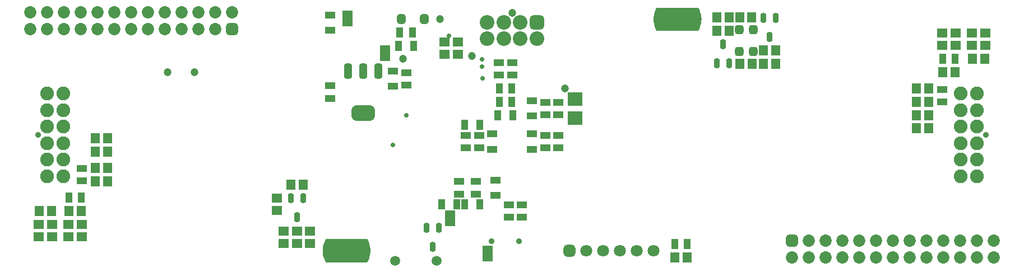
<source format=gbs>
G04*
G04 #@! TF.GenerationSoftware,Altium Limited,Altium Designer,24.2.2 (26)*
G04*
G04 Layer_Color=16711935*
%FSLAX44Y44*%
%MOMM*%
G71*
G04*
G04 #@! TF.SameCoordinates,A862A385-CF78-4CD3-9DD8-6C5939F40788*
G04*
G04*
G04 #@! TF.FilePolarity,Negative*
G04*
G01*
G75*
%ADD45C,0.7032*%
%ADD46C,1.2032*%
%ADD48R,1.3532X1.5532*%
%ADD50R,1.5532X1.3532*%
G04:AMPARAMS|DCode=63|XSize=0.8532mm|YSize=1.4532mm|CornerRadius=0.2641mm|HoleSize=0mm|Usage=FLASHONLY|Rotation=0.000|XOffset=0mm|YOffset=0mm|HoleType=Round|Shape=RoundedRectangle|*
%AMROUNDEDRECTD63*
21,1,0.8532,0.9250,0,0,0.0*
21,1,0.3250,1.4532,0,0,0.0*
1,1,0.5282,0.1625,-0.4625*
1,1,0.5282,-0.1625,-0.4625*
1,1,0.5282,-0.1625,0.4625*
1,1,0.5282,0.1625,0.4625*
%
%ADD63ROUNDEDRECTD63*%
%ADD69R,1.1032X1.5032*%
%ADD70R,1.5032X1.1032*%
%ADD72C,1.8532*%
G04:AMPARAMS|DCode=73|XSize=1.8532mm|YSize=1.8532mm|CornerRadius=0.5141mm|HoleSize=0mm|Usage=FLASHONLY|Rotation=180.000|XOffset=0mm|YOffset=0mm|HoleType=Round|Shape=RoundedRectangle|*
%AMROUNDEDRECTD73*
21,1,1.8532,0.8250,0,0,180.0*
21,1,0.8250,1.8532,0,0,180.0*
1,1,1.0282,-0.4125,0.4125*
1,1,1.0282,0.4125,0.4125*
1,1,1.0282,0.4125,-0.4125*
1,1,1.0282,-0.4125,-0.4125*
%
%ADD73ROUNDEDRECTD73*%
%ADD74C,0.9032*%
%ADD75C,1.8032*%
G04:AMPARAMS|DCode=76|XSize=1.8032mm|YSize=1.8032mm|CornerRadius=0.5016mm|HoleSize=0mm|Usage=FLASHONLY|Rotation=0.000|XOffset=0mm|YOffset=0mm|HoleType=Round|Shape=RoundedRectangle|*
%AMROUNDEDRECTD76*
21,1,1.8032,0.8000,0,0,0.0*
21,1,0.8000,1.8032,0,0,0.0*
1,1,1.0032,0.4000,-0.4000*
1,1,1.0032,-0.4000,-0.4000*
1,1,1.0032,-0.4000,0.4000*
1,1,1.0032,0.4000,0.4000*
%
%ADD76ROUNDEDRECTD76*%
%ADD77O,1.7032X1.4532*%
%ADD78C,2.2032*%
G04:AMPARAMS|DCode=79|XSize=2.2032mm|YSize=2.2032mm|CornerRadius=0.6016mm|HoleSize=0mm|Usage=FLASHONLY|Rotation=90.000|XOffset=0mm|YOffset=0mm|HoleType=Round|Shape=RoundedRectangle|*
%AMROUNDEDRECTD79*
21,1,2.2032,1.0000,0,0,90.0*
21,1,1.0000,2.2032,0,0,90.0*
1,1,1.2032,0.5000,0.5000*
1,1,1.2032,0.5000,-0.5000*
1,1,1.2032,-0.5000,-0.5000*
1,1,1.2032,-0.5000,0.5000*
%
%ADD79ROUNDEDRECTD79*%
%ADD80C,2.0782*%
%ADD81C,0.8782*%
%ADD82C,1.5032*%
G04:AMPARAMS|DCode=105|XSize=3.5032mm|YSize=2.3032mm|CornerRadius=0.6266mm|HoleSize=0mm|Usage=FLASHONLY|Rotation=180.000|XOffset=0mm|YOffset=0mm|HoleType=Round|Shape=RoundedRectangle|*
%AMROUNDEDRECTD105*
21,1,3.5032,1.0500,0,0,180.0*
21,1,2.2500,2.3032,0,0,180.0*
1,1,1.2532,-1.1250,0.5250*
1,1,1.2532,1.1250,0.5250*
1,1,1.2532,1.1250,-0.5250*
1,1,1.2532,-1.1250,-0.5250*
%
%ADD105ROUNDEDRECTD105*%
G04:AMPARAMS|DCode=106|XSize=1.2032mm|YSize=2.3032mm|CornerRadius=0.3516mm|HoleSize=0mm|Usage=FLASHONLY|Rotation=180.000|XOffset=0mm|YOffset=0mm|HoleType=Round|Shape=RoundedRectangle|*
%AMROUNDEDRECTD106*
21,1,1.2032,1.6000,0,0,180.0*
21,1,0.5000,2.3032,0,0,180.0*
1,1,0.7032,-0.2500,0.8000*
1,1,0.7032,0.2500,0.8000*
1,1,0.7032,0.2500,-0.8000*
1,1,0.7032,-0.2500,-0.8000*
%
%ADD106ROUNDEDRECTD106*%
%ADD107R,2.2032X2.0532*%
%ADD108R,1.5032X2.4032*%
G04:AMPARAMS|DCode=109|XSize=1.4032mm|YSize=1.3032mm|CornerRadius=0.3766mm|HoleSize=0mm|Usage=FLASHONLY|Rotation=90.000|XOffset=0mm|YOffset=0mm|HoleType=Round|Shape=RoundedRectangle|*
%AMROUNDEDRECTD109*
21,1,1.4032,0.5500,0,0,90.0*
21,1,0.6500,1.3032,0,0,90.0*
1,1,0.7532,0.2750,0.3250*
1,1,0.7532,0.2750,-0.3250*
1,1,0.7532,-0.2750,-0.3250*
1,1,0.7532,-0.2750,0.3250*
%
%ADD109ROUNDEDRECTD109*%
G04:AMPARAMS|DCode=110|XSize=1.5032mm|YSize=1.3032mm|CornerRadius=0.3766mm|HoleSize=0mm|Usage=FLASHONLY|Rotation=270.000|XOffset=0mm|YOffset=0mm|HoleType=Round|Shape=RoundedRectangle|*
%AMROUNDEDRECTD110*
21,1,1.5032,0.5500,0,0,270.0*
21,1,0.7500,1.3032,0,0,270.0*
1,1,0.7532,-0.2750,-0.3750*
1,1,0.7532,-0.2750,0.3750*
1,1,0.7532,0.2750,0.3750*
1,1,0.7532,0.2750,-0.3750*
%
%ADD110ROUNDEDRECTD110*%
G36*
X530793Y142668D02*
X530803Y142668D01*
X530808Y142668D01*
X530814Y142668D01*
X530871Y142662D01*
X530919Y142659D01*
X530926Y142658D01*
X530935Y142657D01*
X530941Y142656D01*
X530947Y142655D01*
X531003Y142642D01*
X531049Y142633D01*
X531056Y142631D01*
X531066Y142629D01*
X531071Y142627D01*
X531077Y142626D01*
X531132Y142605D01*
X531175Y142591D01*
X531181Y142588D01*
X531191Y142584D01*
X531196Y142582D01*
X531201Y142580D01*
X531255Y142551D01*
X531295Y142532D01*
X531300Y142528D01*
X531309Y142523D01*
X531314Y142520D01*
X531319Y142517D01*
X531369Y142482D01*
X531405Y142458D01*
X531410Y142453D01*
X531419Y142448D01*
X531423Y142444D01*
X531428Y142440D01*
X531473Y142399D01*
X531506Y142370D01*
X531510Y142365D01*
X531518Y142358D01*
X531521Y142354D01*
X531525Y142350D01*
X531565Y142302D01*
X531593Y142270D01*
X531597Y142264D01*
X531604Y142256D01*
X531607Y142252D01*
X531610Y142247D01*
X531643Y142195D01*
X531667Y142159D01*
X531670Y142154D01*
X531676Y142144D01*
X531678Y142139D01*
X531681Y142135D01*
X532715Y140224D01*
X532742Y140166D01*
X532768Y140110D01*
X534346Y136063D01*
X534365Y136004D01*
X534385Y135943D01*
X535451Y131732D01*
X535462Y131671D01*
X535474Y131608D01*
X536012Y127298D01*
X536016Y127234D01*
X536020Y127172D01*
X536020Y122829D01*
X536016Y122765D01*
X536012Y122703D01*
X535476Y118393D01*
X535464Y118331D01*
X535453Y118269D01*
X534388Y114058D01*
X534368Y113998D01*
X534349Y113938D01*
X532771Y109891D01*
X532744Y109833D01*
X532719Y109776D01*
X531686Y107866D01*
X531678Y107854D01*
X531672Y107841D01*
X531642Y107797D01*
X531615Y107753D01*
X531606Y107742D01*
X531598Y107730D01*
X531562Y107690D01*
X531530Y107650D01*
X531520Y107641D01*
X531510Y107630D01*
X531470Y107595D01*
X531432Y107560D01*
X531421Y107552D01*
X531410Y107542D01*
X531366Y107513D01*
X531323Y107483D01*
X531311Y107476D01*
X531299Y107468D01*
X531251Y107445D01*
X531206Y107421D01*
X531193Y107416D01*
X531180Y107409D01*
X531129Y107392D01*
X531081Y107374D01*
X531067Y107371D01*
X531054Y107366D01*
X531002Y107356D01*
X530951Y107345D01*
X530937Y107343D01*
X530923Y107340D01*
X530870Y107337D01*
X530818Y107332D01*
X530804Y107333D01*
X530790Y107332D01*
X469210D01*
X469196Y107333D01*
X469182Y107332D01*
X469130Y107337D01*
X469077Y107340D01*
X469063Y107343D01*
X469049Y107345D01*
X468998Y107356D01*
X468946Y107366D01*
X468933Y107371D01*
X468919Y107374D01*
X468870Y107392D01*
X468820Y107409D01*
X468807Y107416D01*
X468794Y107420D01*
X468748Y107445D01*
X468701Y107468D01*
X468689Y107476D01*
X468677Y107483D01*
X468633Y107513D01*
X468590Y107542D01*
X468580Y107551D01*
X468568Y107560D01*
X468529Y107595D01*
X468490Y107630D01*
X468481Y107641D01*
X468470Y107650D01*
X468437Y107690D01*
X468402Y107730D01*
X468394Y107742D01*
X468385Y107753D01*
X468357Y107797D01*
X468328Y107841D01*
X468322Y107853D01*
X468314Y107865D01*
X468293Y107913D01*
X468292Y107915D01*
X467285Y109777D01*
X467259Y109833D01*
X467231Y109892D01*
X465654Y113938D01*
X465635Y113998D01*
X465615Y114058D01*
X464550Y118269D01*
X464538Y118331D01*
X464526Y118393D01*
X463989Y122703D01*
X463986Y122766D01*
X463982Y122828D01*
Y127171D01*
X463986Y127233D01*
X463989Y127297D01*
X464526Y131607D01*
X464539Y131671D01*
X464550Y131731D01*
X465615Y135941D01*
X465635Y136003D01*
X465654Y136062D01*
X467231Y140108D01*
X467257Y140163D01*
X467285Y140222D01*
X468291Y142084D01*
X468292Y142086D01*
X468314Y142134D01*
X468322Y142147D01*
X468328Y142159D01*
X468357Y142202D01*
X468385Y142247D01*
X468394Y142258D01*
X468402Y142270D01*
X468437Y142309D01*
X468470Y142350D01*
X468481Y142359D01*
X468490Y142370D01*
X468529Y142404D01*
X468568Y142440D01*
X468580Y142449D01*
X468590Y142458D01*
X468633Y142487D01*
X468677Y142517D01*
X468689Y142524D01*
X468701Y142532D01*
X468748Y142555D01*
X468794Y142579D01*
X468808Y142584D01*
X468820Y142591D01*
X468870Y142607D01*
X468919Y142626D01*
X468933Y142629D01*
X468946Y142633D01*
X468998Y142644D01*
X469049Y142655D01*
X469063Y142657D01*
X469077Y142659D01*
X469130Y142663D01*
X469182Y142668D01*
X469196Y142667D01*
X469210Y142668D01*
X530786D01*
X530793Y142668D01*
D02*
G37*
G36*
X1030803Y492667D02*
X1030815Y492668D01*
X1030869Y492663D01*
X1030923Y492659D01*
X1030935Y492657D01*
X1030948Y492656D01*
X1031001Y492644D01*
X1031053Y492634D01*
X1031065Y492630D01*
X1031078Y492627D01*
X1031128Y492608D01*
X1031180Y492591D01*
X1031191Y492585D01*
X1031203Y492581D01*
X1031250Y492556D01*
X1031299Y492532D01*
X1031310Y492525D01*
X1031321Y492519D01*
X1031365Y492488D01*
X1031410Y492458D01*
X1031419Y492449D01*
X1031430Y492442D01*
X1031470Y492405D01*
X1031510Y492370D01*
X1031518Y492360D01*
X1031528Y492352D01*
X1031562Y492310D01*
X1031598Y492270D01*
X1031605Y492259D01*
X1031613Y492250D01*
X1031642Y492204D01*
X1031672Y492159D01*
X1031677Y492148D01*
X1031684Y492137D01*
X1031707Y492088D01*
X1031709Y492084D01*
X1032715Y490223D01*
X1032741Y490167D01*
X1032768Y490108D01*
X1034346Y486062D01*
X1034365Y486002D01*
X1034385Y485942D01*
X1035450Y481731D01*
X1035462Y481669D01*
X1035473Y481607D01*
X1036010Y477297D01*
X1036014Y477235D01*
X1036018Y477172D01*
Y472828D01*
X1036014Y472766D01*
X1036010Y472703D01*
X1035473Y468393D01*
X1035462Y468331D01*
X1035450Y468269D01*
X1034385Y464058D01*
X1034365Y463997D01*
X1034346Y463938D01*
X1032768Y459892D01*
X1032743Y459837D01*
X1032715Y459777D01*
X1031709Y457916D01*
X1031708Y457914D01*
X1031685Y457865D01*
X1031678Y457853D01*
X1031672Y457841D01*
X1031643Y457798D01*
X1031615Y457753D01*
X1031606Y457742D01*
X1031598Y457730D01*
X1031563Y457691D01*
X1031530Y457650D01*
X1031519Y457641D01*
X1031510Y457630D01*
X1031471Y457596D01*
X1031432Y457560D01*
X1031420Y457551D01*
X1031410Y457542D01*
X1031366Y457513D01*
X1031323Y457483D01*
X1031311Y457476D01*
X1031299Y457468D01*
X1031252Y457445D01*
X1031206Y457421D01*
X1031192Y457416D01*
X1031180Y457409D01*
X1031130Y457393D01*
X1031081Y457374D01*
X1031067Y457371D01*
X1031053Y457366D01*
X1031002Y457356D01*
X1030951Y457345D01*
X1030937Y457343D01*
X1030923Y457341D01*
X1030870Y457337D01*
X1030818Y457332D01*
X1030804Y457333D01*
X1030790Y457332D01*
X969214D01*
X969201Y457333D01*
X969186Y457332D01*
X969142Y457336D01*
X969098Y457338D01*
X969088Y457340D01*
X969081Y457341D01*
X969069Y457343D01*
X969053Y457345D01*
X969010Y457354D01*
X968967Y457362D01*
X968957Y457365D01*
X968951Y457366D01*
X968939Y457370D01*
X968923Y457374D01*
X968883Y457389D01*
X968840Y457403D01*
X968831Y457407D01*
X968825Y457409D01*
X968814Y457415D01*
X968798Y457420D01*
X968760Y457441D01*
X968720Y457460D01*
X968711Y457466D01*
X968705Y457468D01*
X968696Y457475D01*
X968681Y457482D01*
X968645Y457508D01*
X968608Y457532D01*
X968599Y457539D01*
X968594Y457542D01*
X968586Y457550D01*
X968572Y457560D01*
X968540Y457589D01*
X968506Y457618D01*
X968499Y457626D01*
X968494Y457630D01*
X968487Y457639D01*
X968474Y457650D01*
X968447Y457684D01*
X968417Y457716D01*
X968410Y457726D01*
X968407Y457730D01*
X968400Y457740D01*
X968389Y457753D01*
X968366Y457790D01*
X968341Y457826D01*
X968336Y457836D01*
X968333Y457841D01*
X968327Y457851D01*
X968318Y457865D01*
X967285Y459776D01*
X967258Y459834D01*
X967232Y459890D01*
X965654Y463937D01*
X965635Y463996D01*
X965615Y464057D01*
X964549Y468268D01*
X964538Y468329D01*
X964526Y468391D01*
X963988Y472702D01*
X963984Y472766D01*
X963980Y472827D01*
X963980Y477171D01*
X963984Y477235D01*
X963988Y477297D01*
X964524Y481607D01*
X964536Y481669D01*
X964547Y481731D01*
X965612Y485942D01*
X965632Y486002D01*
X965651Y486062D01*
X967228Y490109D01*
X967255Y490167D01*
X967281Y490224D01*
X968314Y492134D01*
X968322Y492146D01*
X968328Y492159D01*
X968357Y492203D01*
X968385Y492247D01*
X968394Y492258D01*
X968402Y492270D01*
X968437Y492310D01*
X968470Y492350D01*
X968480Y492359D01*
X968490Y492370D01*
X968508Y492386D01*
X968530Y492405D01*
X968568Y492440D01*
X968579Y492448D01*
X968590Y492458D01*
X968634Y492487D01*
X968676Y492517D01*
X968689Y492524D01*
X968701Y492532D01*
X968726Y492544D01*
X968749Y492556D01*
X968794Y492579D01*
X968807Y492584D01*
X968820Y492591D01*
X968871Y492608D01*
X968919Y492626D01*
X968933Y492629D01*
X968946Y492634D01*
X968961Y492636D01*
X968998Y492644D01*
X969049Y492655D01*
X969063Y492657D01*
X969077Y492659D01*
X969130Y492663D01*
X969182Y492668D01*
X969195Y492667D01*
X969210Y492668D01*
X1030790D01*
X1030803Y492667D01*
D02*
G37*
D45*
X1420000Y435750D02*
D03*
Y454249D02*
D03*
X1465000Y454250D02*
D03*
X1445375Y435375D02*
D03*
X1379250Y350004D02*
D03*
X1379250Y310005D02*
D03*
X120750Y249995D02*
D03*
X120750Y275000D02*
D03*
X570000Y285000D02*
D03*
X705637Y385244D02*
D03*
X705000Y403500D02*
D03*
Y414500D02*
D03*
X655000Y450000D02*
D03*
X590000Y330000D02*
D03*
D46*
X270000Y395000D02*
D03*
X230000D02*
D03*
X641250Y475000D02*
D03*
X585000Y415000D02*
D03*
X689236Y419581D02*
D03*
X830000Y370000D02*
D03*
X749965Y484685D02*
D03*
D48*
X995750Y115000D02*
D03*
X1014250D02*
D03*
X415750Y225000D02*
D03*
X434250D02*
D03*
X1419250Y395000D02*
D03*
X1400750D02*
D03*
X80750Y185000D02*
D03*
X99250D02*
D03*
X1464250Y415000D02*
D03*
X1445750D02*
D03*
X35750Y185000D02*
D03*
X54250D02*
D03*
X1360750Y350004D02*
D03*
X1379250D02*
D03*
X139250Y250000D02*
D03*
X120750D02*
D03*
X1360750Y330000D02*
D03*
X1379250D02*
D03*
X139250Y275000D02*
D03*
X120750D02*
D03*
X1379250Y370000D02*
D03*
X1360750D02*
D03*
X120750Y230000D02*
D03*
X139250D02*
D03*
X1360750Y310005D02*
D03*
X1379250D02*
D03*
X139250Y295000D02*
D03*
X120750D02*
D03*
X1129500Y407709D02*
D03*
X1148000D02*
D03*
X1129500Y427709D02*
D03*
X1148000D02*
D03*
X1094500Y407709D02*
D03*
X1113000D02*
D03*
X1078000Y477709D02*
D03*
X1059500D02*
D03*
X1078000Y457709D02*
D03*
X1059500D02*
D03*
X1112250Y477709D02*
D03*
X1093750D02*
D03*
D50*
X647935Y422065D02*
D03*
Y440565D02*
D03*
X667935Y422065D02*
D03*
Y440565D02*
D03*
X395000Y204250D02*
D03*
Y185750D02*
D03*
X405000Y135750D02*
D03*
Y154250D02*
D03*
X425003Y135751D02*
D03*
Y154250D02*
D03*
X445000Y135750D02*
D03*
Y154250D02*
D03*
X1400000Y435750D02*
D03*
Y454250D02*
D03*
X100000Y164250D02*
D03*
Y145750D02*
D03*
X1465000Y454250D02*
D03*
Y435750D02*
D03*
X35000Y145750D02*
D03*
Y164250D02*
D03*
X1420000Y454250D02*
D03*
Y435750D02*
D03*
X80000Y145750D02*
D03*
Y164250D02*
D03*
X1445000Y454250D02*
D03*
Y435750D02*
D03*
X55000Y145750D02*
D03*
Y164250D02*
D03*
D63*
X425000Y175750D02*
D03*
X434500Y204250D02*
D03*
X415500D02*
D03*
X1138750Y448459D02*
D03*
X1148250Y476959D02*
D03*
X1129250D02*
D03*
X1068750Y436959D02*
D03*
X1059250Y408459D02*
D03*
X1078250D02*
D03*
X630000Y130750D02*
D03*
X639500Y159250D02*
D03*
X620500D02*
D03*
D69*
X995500Y135000D02*
D03*
X1014500D02*
D03*
X1400500Y415000D02*
D03*
X1419500D02*
D03*
X99500Y205000D02*
D03*
X80500D02*
D03*
X701500Y315000D02*
D03*
X678500D02*
D03*
X728500Y330000D02*
D03*
X751500D02*
D03*
X749501Y349983D02*
D03*
X730501D02*
D03*
X749500Y370000D02*
D03*
X730500D02*
D03*
X666500Y195000D02*
D03*
X643500D02*
D03*
X678500Y195000D02*
D03*
X701500D02*
D03*
X578500Y435000D02*
D03*
X601500D02*
D03*
X580500Y455000D02*
D03*
X599500D02*
D03*
D70*
X1400000Y369000D02*
D03*
Y350000D02*
D03*
X100000Y230500D02*
D03*
Y249500D02*
D03*
X725000Y208500D02*
D03*
Y231500D02*
D03*
X764996Y175499D02*
D03*
Y194499D02*
D03*
X745000Y175500D02*
D03*
Y194500D02*
D03*
X720000Y278500D02*
D03*
Y301500D02*
D03*
X700000Y299500D02*
D03*
Y280500D02*
D03*
X680000Y299500D02*
D03*
Y280500D02*
D03*
X780000Y351500D02*
D03*
Y328500D02*
D03*
X800000Y330500D02*
D03*
Y349500D02*
D03*
X820000Y330500D02*
D03*
Y349500D02*
D03*
X750000Y409500D02*
D03*
Y390500D02*
D03*
X730000Y409500D02*
D03*
Y390500D02*
D03*
X780000Y301500D02*
D03*
Y278500D02*
D03*
X819983Y280500D02*
D03*
Y299500D02*
D03*
X800000Y280500D02*
D03*
Y299500D02*
D03*
X570000Y373500D02*
D03*
Y396500D02*
D03*
X475000Y374500D02*
D03*
Y355500D02*
D03*
X590000Y394500D02*
D03*
Y375500D02*
D03*
X695000Y229500D02*
D03*
Y210500D02*
D03*
X670000Y229500D02*
D03*
Y210500D02*
D03*
X475000Y458500D02*
D03*
Y481500D02*
D03*
D72*
X22600Y485200D02*
D03*
X48000D02*
D03*
X22600Y459800D02*
D03*
X48000D02*
D03*
X73400Y485200D02*
D03*
Y459800D02*
D03*
X124200Y485200D02*
D03*
Y459800D02*
D03*
X175000Y485200D02*
D03*
Y459800D02*
D03*
X251200Y485200D02*
D03*
Y459800D02*
D03*
X276600Y485200D02*
D03*
Y459800D02*
D03*
X327400Y485200D02*
D03*
X302000Y459800D02*
D03*
Y485200D02*
D03*
X225800Y459800D02*
D03*
Y485200D02*
D03*
X200400Y459800D02*
D03*
Y485200D02*
D03*
X149600Y459800D02*
D03*
Y485200D02*
D03*
X98800Y459800D02*
D03*
Y485200D02*
D03*
X1401200Y114800D02*
D03*
Y140200D02*
D03*
X1350400Y114800D02*
D03*
Y140200D02*
D03*
X1299600Y114800D02*
D03*
Y140200D02*
D03*
X1274200Y114800D02*
D03*
Y140200D02*
D03*
X1198000Y114800D02*
D03*
Y140200D02*
D03*
X1172600Y114800D02*
D03*
X1223400Y140200D02*
D03*
Y114800D02*
D03*
X1248800Y140200D02*
D03*
Y114800D02*
D03*
X1325000Y140200D02*
D03*
Y114800D02*
D03*
X1375800Y140200D02*
D03*
Y114800D02*
D03*
X1426600Y140200D02*
D03*
Y114800D02*
D03*
X1452000Y140200D02*
D03*
X1477400D02*
D03*
X1452000Y114800D02*
D03*
X1477400D02*
D03*
D73*
X327400Y459800D02*
D03*
X1172600Y140200D02*
D03*
D74*
X760750Y139500D02*
D03*
X719250D02*
D03*
D75*
X963500Y125000D02*
D03*
X938100D02*
D03*
X887300D02*
D03*
X861900D02*
D03*
X912700D02*
D03*
D76*
X836500D02*
D03*
D77*
X1027700Y475000D02*
D03*
X972300D02*
D03*
X472300Y125000D02*
D03*
X527700D02*
D03*
D78*
X762500Y445315D02*
D03*
X737500D02*
D03*
X762500Y470315D02*
D03*
X737500D02*
D03*
X712500D02*
D03*
X787500Y445315D02*
D03*
X712500D02*
D03*
D79*
X787500Y470315D02*
D03*
D80*
X1452500Y237500D02*
D03*
Y262500D02*
D03*
Y287500D02*
D03*
Y312500D02*
D03*
Y337500D02*
D03*
Y362500D02*
D03*
X1427500Y237500D02*
D03*
Y262500D02*
D03*
Y287500D02*
D03*
Y312500D02*
D03*
Y337500D02*
D03*
Y362500D02*
D03*
X47500Y362500D02*
D03*
Y337500D02*
D03*
Y312500D02*
D03*
Y287500D02*
D03*
Y262500D02*
D03*
Y237500D02*
D03*
X72500Y362500D02*
D03*
Y337500D02*
D03*
Y312500D02*
D03*
Y287500D02*
D03*
Y262500D02*
D03*
Y237500D02*
D03*
D81*
X1465900Y300000D02*
D03*
X34100Y300000D02*
D03*
D82*
X573750Y110000D02*
D03*
X636250D02*
D03*
D105*
X525000Y333500D02*
D03*
D106*
X548000Y396500D02*
D03*
X525000D02*
D03*
X502000D02*
D03*
D107*
X845000Y325750D02*
D03*
Y354250D02*
D03*
D108*
X656683Y173933D02*
D03*
X713250Y121000D02*
D03*
X501683Y476433D02*
D03*
X558250Y423500D02*
D03*
D109*
X1093250Y425959D02*
D03*
X1114250D02*
D03*
X1114250Y459459D02*
D03*
X1093250D02*
D03*
D110*
X617500Y475000D02*
D03*
X582500D02*
D03*
M02*

</source>
